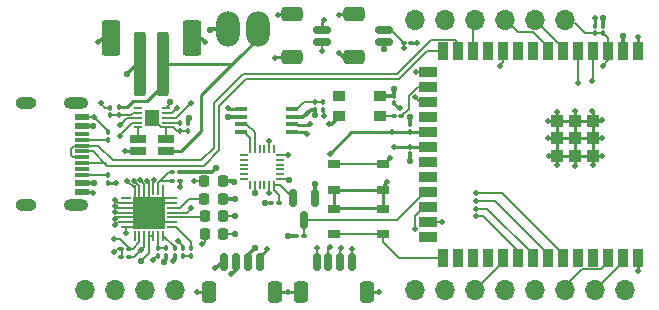
<source format=gbr>
%TF.GenerationSoftware,KiCad,Pcbnew,7.0.6*%
%TF.CreationDate,2023-10-17T01:06:07-04:00*%
%TF.ProjectId,tstick-5gw-pro-USB-V2-pcb,74737469-636b-42d3-9567-772d70726f2d,v0.0.2*%
%TF.SameCoordinates,Original*%
%TF.FileFunction,Copper,L1,Top*%
%TF.FilePolarity,Positive*%
%FSLAX46Y46*%
G04 Gerber Fmt 4.6, Leading zero omitted, Abs format (unit mm)*
G04 Created by KiCad (PCBNEW 7.0.6) date 2023-10-17 01:06:07*
%MOMM*%
%LPD*%
G01*
G04 APERTURE LIST*
G04 Aperture macros list*
%AMRoundRect*
0 Rectangle with rounded corners*
0 $1 Rounding radius*
0 $2 $3 $4 $5 $6 $7 $8 $9 X,Y pos of 4 corners*
0 Add a 4 corners polygon primitive as box body*
4,1,4,$2,$3,$4,$5,$6,$7,$8,$9,$2,$3,0*
0 Add four circle primitives for the rounded corners*
1,1,$1+$1,$2,$3*
1,1,$1+$1,$4,$5*
1,1,$1+$1,$6,$7*
1,1,$1+$1,$8,$9*
0 Add four rect primitives between the rounded corners*
20,1,$1+$1,$2,$3,$4,$5,0*
20,1,$1+$1,$4,$5,$6,$7,0*
20,1,$1+$1,$6,$7,$8,$9,0*
20,1,$1+$1,$8,$9,$2,$3,0*%
G04 Aperture macros list end*
%TA.AperFunction,SMDPad,CuDef*%
%ADD10RoundRect,0.250000X-0.250000X-2.500000X0.250000X-2.500000X0.250000X2.500000X-0.250000X2.500000X0*%
%TD*%
%TA.AperFunction,SMDPad,CuDef*%
%ADD11RoundRect,0.250000X-0.550000X-1.250000X0.550000X-1.250000X0.550000X1.250000X-0.550000X1.250000X0*%
%TD*%
%TA.AperFunction,SMDPad,CuDef*%
%ADD12RoundRect,0.100000X0.130000X0.100000X-0.130000X0.100000X-0.130000X-0.100000X0.130000X-0.100000X0*%
%TD*%
%TA.AperFunction,SMDPad,CuDef*%
%ADD13RoundRect,0.100000X-0.130000X-0.100000X0.130000X-0.100000X0.130000X0.100000X-0.130000X0.100000X0*%
%TD*%
%TA.AperFunction,SMDPad,CuDef*%
%ADD14RoundRect,0.100000X-0.100000X0.130000X-0.100000X-0.130000X0.100000X-0.130000X0.100000X0.130000X0*%
%TD*%
%TA.AperFunction,SMDPad,CuDef*%
%ADD15RoundRect,0.100000X0.100000X-0.130000X0.100000X0.130000X-0.100000X0.130000X-0.100000X-0.130000X0*%
%TD*%
%TA.AperFunction,SMDPad,CuDef*%
%ADD16O,2.000000X3.000000*%
%TD*%
%TA.AperFunction,SMDPad,CuDef*%
%ADD17R,1.050000X0.650000*%
%TD*%
%TA.AperFunction,SMDPad,CuDef*%
%ADD18R,0.706399X0.204000*%
%TD*%
%TA.AperFunction,SMDPad,CuDef*%
%ADD19R,1.295400X1.397000*%
%TD*%
%TA.AperFunction,SMDPad,CuDef*%
%ADD20R,0.655599X0.204000*%
%TD*%
%TA.AperFunction,SMDPad,CuDef*%
%ADD21R,0.204000X0.655599*%
%TD*%
%TA.AperFunction,SMDPad,CuDef*%
%ADD22R,0.900000X1.500000*%
%TD*%
%TA.AperFunction,SMDPad,CuDef*%
%ADD23R,1.500000X0.900000*%
%TD*%
%TA.AperFunction,SMDPad,CuDef*%
%ADD24R,1.000000X1.000000*%
%TD*%
%TA.AperFunction,SMDPad,CuDef*%
%ADD25RoundRect,0.150000X0.150000X0.625000X-0.150000X0.625000X-0.150000X-0.625000X0.150000X-0.625000X0*%
%TD*%
%TA.AperFunction,SMDPad,CuDef*%
%ADD26RoundRect,0.250000X0.350000X0.650000X-0.350000X0.650000X-0.350000X-0.650000X0.350000X-0.650000X0*%
%TD*%
%TA.AperFunction,SMDPad,CuDef*%
%ADD27RoundRect,0.218750X-0.218750X-0.256250X0.218750X-0.256250X0.218750X0.256250X-0.218750X0.256250X0*%
%TD*%
%TA.AperFunction,SMDPad,CuDef*%
%ADD28RoundRect,0.225000X0.225000X0.250000X-0.225000X0.250000X-0.225000X-0.250000X0.225000X-0.250000X0*%
%TD*%
%TA.AperFunction,SMDPad,CuDef*%
%ADD29RoundRect,0.150000X0.625000X-0.150000X0.625000X0.150000X-0.625000X0.150000X-0.625000X-0.150000X0*%
%TD*%
%TA.AperFunction,SMDPad,CuDef*%
%ADD30RoundRect,0.250000X0.650000X-0.350000X0.650000X0.350000X-0.650000X0.350000X-0.650000X-0.350000X0*%
%TD*%
%TA.AperFunction,SMDPad,CuDef*%
%ADD31R,1.000000X0.850000*%
%TD*%
%TA.AperFunction,SMDPad,CuDef*%
%ADD32R,0.807999X0.204000*%
%TD*%
%TA.AperFunction,SMDPad,CuDef*%
%ADD33R,0.204000X0.807999*%
%TD*%
%TA.AperFunction,SMDPad,CuDef*%
%ADD34R,2.692400X2.692400*%
%TD*%
%TA.AperFunction,SMDPad,CuDef*%
%ADD35R,1.100000X0.400000*%
%TD*%
%TA.AperFunction,SMDPad,CuDef*%
%ADD36R,1.343800X0.712000*%
%TD*%
%TA.AperFunction,SMDPad,CuDef*%
%ADD37R,1.150000X0.600000*%
%TD*%
%TA.AperFunction,SMDPad,CuDef*%
%ADD38R,1.150000X0.300000*%
%TD*%
%TA.AperFunction,ComponentPad*%
%ADD39O,2.100000X1.000000*%
%TD*%
%TA.AperFunction,ComponentPad*%
%ADD40O,1.800000X1.000000*%
%TD*%
%TA.AperFunction,SMDPad,CuDef*%
%ADD41RoundRect,0.150000X-0.150000X0.587500X-0.150000X-0.587500X0.150000X-0.587500X0.150000X0.587500X0*%
%TD*%
%TA.AperFunction,ComponentPad*%
%ADD42O,1.700000X1.700000*%
%TD*%
%TA.AperFunction,ViaPad*%
%ADD43C,0.558800*%
%TD*%
%TA.AperFunction,ViaPad*%
%ADD44C,0.508000*%
%TD*%
%TA.AperFunction,Conductor*%
%ADD45C,0.152400*%
%TD*%
%TA.AperFunction,Conductor*%
%ADD46C,0.304800*%
%TD*%
%TA.AperFunction,Conductor*%
%ADD47C,0.254000*%
%TD*%
%TA.AperFunction,Conductor*%
%ADD48C,0.508000*%
%TD*%
%TA.AperFunction,Conductor*%
%ADD49C,0.200000*%
%TD*%
G04 APERTURE END LIST*
D10*
%TO.P,BT1,1,Pin_1*%
%TO.N,+BATT*%
X111220000Y-52830000D03*
%TO.P,BT1,2,Pin_2*%
%TO.N,-BATT*%
X113220000Y-52830000D03*
D11*
%TO.P,BT1,MP,MountPin*%
%TO.N,GND*%
X108820000Y-50580000D03*
X115620000Y-50580000D03*
%TD*%
D12*
%TO.P,R23,1*%
%TO.N,/IO21*%
X125125000Y-67350000D03*
%TO.P,R23,2*%
%TO.N,+3V3*%
X124485000Y-67350000D03*
%TD*%
D13*
%TO.P,R11,1*%
%TO.N,/FB3*%
X113975000Y-61975000D03*
%TO.P,R11,2*%
%TO.N,+1V8*%
X114615000Y-61975000D03*
%TD*%
D14*
%TO.P,R18,1*%
%TO.N,/LS_EN*%
X126050000Y-56008750D03*
%TO.P,R18,2*%
%TO.N,+3V3*%
X126050000Y-56648750D03*
%TD*%
D15*
%TO.P,R3,1*%
%TO.N,Net-(CHARGLED1-K)*%
X115609300Y-69045000D03*
%TO.P,R3,2*%
%TO.N,/STAT*%
X115609300Y-68405000D03*
%TD*%
D16*
%TO.P,BT2,1,+*%
%TO.N,+BATT*%
X118710000Y-49800000D03*
%TO.P,BT2,2,-*%
%TO.N,-BATT*%
X121250000Y-49800000D03*
%TD*%
D15*
%TO.P,R19,1*%
%TO.N,/SCL*%
X134160000Y-58540000D03*
%TO.P,R19,2*%
%TO.N,+3V3*%
X134160000Y-57900000D03*
%TD*%
%TO.P,CHARGLED1,1,K*%
%TO.N,Net-(CHARGLED1-K)*%
X114899999Y-69030699D03*
%TO.P,CHARGLED1,2,A*%
%TO.N,SYS*%
X114899999Y-68390699D03*
%TD*%
D17*
%TO.P,SW2,1,1*%
%TO.N,/IO0*%
X131800000Y-67200000D03*
X127650000Y-67200000D03*
%TO.P,SW2,2,2*%
%TO.N,GND*%
X131800000Y-65050000D03*
X127650000Y-65050000D03*
%TD*%
D18*
%TO.P,FG1,1,N.C.*%
%TO.N,unconnected-(FG1-N.C.-Pad1)*%
X111077200Y-56550000D03*
%TO.P,FG1,2,AIN*%
%TO.N,/AIN*%
X111077200Y-56950002D03*
%TO.P,FG1,3,SCL*%
%TO.N,/SCL*%
X111077200Y-57350001D03*
%TO.P,FG1,4,SDA*%
%TO.N,/SDA*%
X111077200Y-57750000D03*
%TO.P,FG1,5,CSN*%
%TO.N,/FG_CSN*%
X111077200Y-58150002D03*
%TO.P,FG1,6,CSP*%
%TO.N,CSP*%
X113460000Y-58150002D03*
%TO.P,FG1,7,REG*%
%TO.N,/REG*%
X113460000Y-57750000D03*
%TO.P,FG1,8,ALRT*%
%TO.N,/IO17*%
X113460000Y-57350001D03*
%TO.P,FG1,9,THRM*%
%TO.N,/THRM*%
X113460000Y-56950002D03*
%TO.P,FG1,10,BATT*%
%TO.N,+BATT*%
X113460000Y-56550000D03*
D19*
%TO.P,FG1,11,EPAD*%
%TO.N,CSP*%
X112268600Y-57350001D03*
%TD*%
D20*
%TO.P,IMU1,1,NC*%
%TO.N,unconnected-(IMU1-NC-Pad1)*%
X120056800Y-60524999D03*
%TO.P,IMU1,2,NC*%
%TO.N,unconnected-(IMU1-NC-Pad2)*%
X120056800Y-60925001D03*
%TO.P,IMU1,3,NC*%
%TO.N,unconnected-(IMU1-NC-Pad3)*%
X120056800Y-61325000D03*
%TO.P,IMU1,4,NC*%
%TO.N,unconnected-(IMU1-NC-Pad4)*%
X120056800Y-61725000D03*
%TO.P,IMU1,5,NC*%
%TO.N,unconnected-(IMU1-NC-Pad5)*%
X120056800Y-62124999D03*
%TO.P,IMU1,6,NC*%
%TO.N,unconnected-(IMU1-NC-Pad6)*%
X120056800Y-62525001D03*
D21*
%TO.P,IMU1,7,AUX_CL*%
%TO.N,unconnected-(IMU1-AUX_CL-Pad7)*%
X120578399Y-63046600D03*
%TO.P,IMU1,8,VDDIO*%
%TO.N,+1V8*%
X120978401Y-63046600D03*
%TO.P,IMU1,9,SDO/AD0*%
%TO.N,unconnected-(IMU1-SDO{slash}AD0-Pad9)*%
X121378400Y-63046600D03*
%TO.P,IMU1,10,REGOUT*%
%TO.N,unconnected-(IMU1-REGOUT-Pad10)*%
X121778400Y-63046600D03*
%TO.P,IMU1,11,FSYNC*%
%TO.N,GND*%
X122178399Y-63046600D03*
%TO.P,IMU1,12,INT1*%
%TO.N,/IMU_INT*%
X122578401Y-63046600D03*
D20*
%TO.P,IMU1,13,VDD*%
%TO.N,+1V8*%
X123100000Y-62525001D03*
%TO.P,IMU1,14,NC*%
%TO.N,unconnected-(IMU1-NC-Pad14)*%
X123100000Y-62124999D03*
%TO.P,IMU1,15,NC*%
%TO.N,unconnected-(IMU1-NC-Pad15)*%
X123100000Y-61725000D03*
%TO.P,IMU1,16,NC*%
%TO.N,unconnected-(IMU1-NC-Pad16)*%
X123100000Y-61325000D03*
%TO.P,IMU1,17,NC*%
%TO.N,unconnected-(IMU1-NC-Pad17)*%
X123100000Y-60925001D03*
%TO.P,IMU1,18,GND*%
%TO.N,GND*%
X123100000Y-60524999D03*
D21*
%TO.P,IMU1,19,RESV*%
%TO.N,unconnected-(IMU1-RESV-Pad19)*%
X122578401Y-60003400D03*
%TO.P,IMU1,20,GND*%
%TO.N,GND*%
X122178399Y-60003400D03*
%TO.P,IMU1,21,AUX_DA*%
%TO.N,unconnected-(IMU1-AUX_DA-Pad21)*%
X121778400Y-60003400D03*
%TO.P,IMU1,22,~{CS}*%
%TO.N,unconnected-(IMU1-~{CS}-Pad22)*%
X121378400Y-60003400D03*
%TO.P,IMU1,23,SCL/SCLK*%
%TO.N,/LV_SCL*%
X120978401Y-60003400D03*
%TO.P,IMU1,24,SDA/SDI*%
%TO.N,/LV_SDA*%
X120578399Y-60003400D03*
%TD*%
D22*
%TO.P,MCU1,1,GND*%
%TO.N,GND*%
X153430000Y-51700000D03*
%TO.P,MCU1,2,3V3*%
%TO.N,+3V3*%
X152160000Y-51700000D03*
%TO.P,MCU1,3,EN*%
%TO.N,/EN*%
X150890000Y-51700000D03*
%TO.P,MCU1,4,GPIO4/TOUCH4/ADC1_CH3*%
%TO.N,/IO4*%
X149620000Y-51700000D03*
%TO.P,MCU1,5,GPIO5/TOUCH5/ADC1_CH4*%
%TO.N,/IO5*%
X148350000Y-51700000D03*
%TO.P,MCU1,6,GPIO6/TOUCH6/ADC1_CH5*%
%TO.N,/IO6*%
X147080000Y-51700000D03*
%TO.P,MCU1,7,GPIO7/TOUCH7/ADC1_CH6*%
%TO.N,/IO7*%
X145810000Y-51700000D03*
%TO.P,MCU1,8,GPIO15/U0RTS/ADC2_CH4/XTAL_32K_P*%
%TO.N,/IO15*%
X144540000Y-51700000D03*
%TO.P,MCU1,9,GPIO16/U0CTS/ADC2_CH5/XTAL_32K_N*%
%TO.N,/IO16*%
X143270000Y-51700000D03*
%TO.P,MCU1,10,GPIO17/U1TXD/ADC2_CH6*%
%TO.N,/IO17*%
X142000000Y-51700000D03*
%TO.P,MCU1,11,GPIO18/U1RXD/ADC2_CH7/CLK_OUT3*%
%TO.N,/IO18*%
X140730000Y-51700000D03*
%TO.P,MCU1,12,GPIO8/TOUCH8/ADC1_CH7/SUBSPICS1*%
%TO.N,/IO8*%
X139460000Y-51700000D03*
%TO.P,MCU1,13,GPIO19/U1RTS/ADC2_CH8/CLK_OUT2/USB_D-*%
%TO.N,/USBD-*%
X138190000Y-51700000D03*
%TO.P,MCU1,14,GPIO20/U1CTS/ADC2_CH9/CLK_OUT1/USB_D+*%
%TO.N,/USBD+*%
X136920000Y-51700000D03*
D23*
%TO.P,MCU1,15,GPIO3/TOUCH3/ADC1_CH2*%
%TO.N,/IO3*%
X135670000Y-53465000D03*
%TO.P,MCU1,16,GPIO46*%
%TO.N,/IO46*%
X135670000Y-54735000D03*
%TO.P,MCU1,17,GPIO9/TOUCH9/ADC1_CH8/FSPIHD/SUBSPIHD*%
%TO.N,/IO9*%
X135670000Y-56005000D03*
%TO.P,MCU1,18,GPIO10/TOUCH10/ADC1_CH9/FSPICS0/FSPIIO4/SUBSPICS0*%
%TO.N,/IO10*%
X135670000Y-57275000D03*
%TO.P,MCU1,19,GPIO11/TOUCH11/ADC2_CH0/FSPID/FSPIIO5/SUBSPID*%
%TO.N,/SCL*%
X135670000Y-58545000D03*
%TO.P,MCU1,20,GPIO12/TOUCH12/ADC2_CH1/FSPICLK/FSPIIO6/SUBSPICLK*%
%TO.N,/SDA*%
X135670000Y-59815000D03*
%TO.P,MCU1,21,GPIO13/TOUCH13/ADC2_CH2/FSPIQ/FSPIIO7/SUBSPIQ*%
%TO.N,/IO13*%
X135670000Y-61085000D03*
%TO.P,MCU1,22,GPIO14/TOUCH14/ADC2_CH3/FSPIWP/FSPIDQS/SUBSPIWP*%
%TO.N,/IO14*%
X135670000Y-62355000D03*
%TO.P,MCU1,23,GPIO21*%
%TO.N,/IO21*%
X135670000Y-63625000D03*
%TO.P,MCU1,24,GPIO47/SPICLK_P/SUBSPICLK_P_DIFF*%
%TO.N,/CIPO*%
X135670000Y-64895000D03*
%TO.P,MCU1,25,GPIO48/SPICLK_N/SUBSPICLK_N_DIFF*%
%TO.N,/SCK*%
X135670000Y-66165000D03*
%TO.P,MCU1,26,GPIO45*%
%TO.N,/IO45*%
X135670000Y-67435000D03*
D22*
%TO.P,MCU1,27,GPIO0/BOOT*%
%TO.N,/IO0*%
X136920000Y-69200000D03*
%TO.P,MCU1,28,NC*%
%TO.N,unconnected-(MCU1-NC-Pad28)*%
X138190000Y-69200000D03*
%TO.P,MCU1,29,NC*%
%TO.N,unconnected-(MCU1-NC-Pad29)*%
X139460000Y-69200000D03*
%TO.P,MCU1,30,NC*%
%TO.N,unconnected-(MCU1-NC-Pad30)*%
X140730000Y-69200000D03*
%TO.P,MCU1,31,GPIO38/FSPIWP/SUBSPIWP*%
%TO.N,/COPI*%
X142000000Y-69200000D03*
%TO.P,MCU1,32,MTCK/GPIO39/CLK_OUT3/SUBSPICS1*%
%TO.N,/IO39*%
X143270000Y-69200000D03*
%TO.P,MCU1,33,MTDO/GPIO40/CLK_OUT2*%
%TO.N,/IO40*%
X144540000Y-69200000D03*
%TO.P,MCU1,34,MTDI/GPIO41/CLK_OUT1*%
%TO.N,/IO41*%
X145810000Y-69200000D03*
%TO.P,MCU1,35,MTMS/GPIO42*%
%TO.N,/IO42*%
X147080000Y-69200000D03*
%TO.P,MCU1,36,U0RXD/GPIO44/CLK_OUT2*%
%TO.N,/RXD*%
X148350000Y-69200000D03*
%TO.P,MCU1,37,U0TXD/GPIO43/CLK_OUT1*%
%TO.N,/TXD*%
X149620000Y-69200000D03*
%TO.P,MCU1,38,GPIO2/TOUCH2/ADC1_CH1*%
%TO.N,/IO2*%
X150890000Y-69200000D03*
%TO.P,MCU1,39,GPIO1/TOUCH1/ADC1_CH0*%
%TO.N,/IO1*%
X152160000Y-69200000D03*
%TO.P,MCU1,40,GND*%
%TO.N,GND*%
X153430000Y-69200000D03*
D24*
%TO.P,MCU1,41,GND*%
X149580000Y-57590000D03*
X148080000Y-57590000D03*
X148080000Y-57590000D03*
X146580000Y-57590000D03*
X149580000Y-59090000D03*
X149580000Y-59090000D03*
X148080000Y-59090000D03*
X146580000Y-59090000D03*
X149580000Y-60590000D03*
X148080000Y-60590000D03*
X146580000Y-60590000D03*
%TD*%
D12*
%TO.P,R21,1*%
%TO.N,/IMU_INT*%
X123020000Y-64525000D03*
%TO.P,R21,2*%
%TO.N,+1V8*%
X122380000Y-64525000D03*
%TD*%
D15*
%TO.P,R6,1*%
%TO.N,GND*%
X108590000Y-62840000D03*
%TO.P,R6,2*%
%TO.N,Net-(J1-CC2)*%
X108590000Y-62200000D03*
%TD*%
%TO.P,R8,1*%
%TO.N,GND*%
X112799999Y-69035699D03*
%TO.P,R8,2*%
%TO.N,/FB1*%
X112799999Y-68395699D03*
%TD*%
D25*
%TO.P,QWIIC1,1,Pin_1*%
%TO.N,GND*%
X121390000Y-69570000D03*
%TO.P,QWIIC1,2,Pin_2*%
%TO.N,+3V3*%
X120390000Y-69570000D03*
%TO.P,QWIIC1,3,Pin_3*%
%TO.N,/SDA*%
X119390000Y-69570000D03*
%TO.P,QWIIC1,4,Pin_4*%
%TO.N,/SCL*%
X118390000Y-69570000D03*
D26*
%TO.P,QWIIC1,MP,MountPin*%
%TO.N,GND*%
X122690000Y-72095000D03*
X117090000Y-72095000D03*
%TD*%
D27*
%TO.P,L2,1,1*%
%TO.N,/LX3*%
X116709300Y-64190700D03*
%TO.P,L2,2,2*%
%TO.N,+1V8*%
X118284300Y-64190700D03*
%TD*%
D25*
%TO.P,TrillExtensionInput1,1,Pin_1*%
%TO.N,/IO39*%
X129210000Y-69570000D03*
%TO.P,TrillExtensionInput1,2,Pin_2*%
%TO.N,/IO40*%
X128210000Y-69570000D03*
%TO.P,TrillExtensionInput1,3,Pin_3*%
%TO.N,/IO41*%
X127210000Y-69570000D03*
%TO.P,TrillExtensionInput1,4,Pin_4*%
%TO.N,/IO42*%
X126210000Y-69570000D03*
D26*
%TO.P,TrillExtensionInput1,MP,MountPin*%
%TO.N,GND*%
X130510000Y-72095000D03*
X124910000Y-72095000D03*
%TD*%
D28*
%TO.P,C4,1*%
%TO.N,+3V3*%
X118284300Y-67150700D03*
%TO.P,C4,2*%
%TO.N,GND*%
X116734300Y-67150700D03*
%TD*%
D15*
%TO.P,R4,1*%
%TO.N,GND*%
X114199999Y-69035699D03*
%TO.P,R4,2*%
%TO.N,/ISET*%
X114199999Y-68395699D03*
%TD*%
D14*
%TO.P,C1,1*%
%TO.N,+BATT*%
X115360000Y-57800000D03*
%TO.P,C1,2*%
%TO.N,CSP*%
X115360000Y-58440000D03*
%TD*%
D29*
%TO.P,FSR1,1,Pin_1*%
%TO.N,+3V3*%
X131885000Y-50890000D03*
%TO.P,FSR1,2,Pin_2*%
%TO.N,/IO3*%
X131885000Y-49890000D03*
D30*
%TO.P,FSR1,MP,MountPin*%
%TO.N,GND*%
X129360000Y-52190000D03*
X129360000Y-48590000D03*
%TD*%
D31*
%TO.P,PWLED1,1,DOUT*%
%TO.N,unconnected-(PWLED1-DOUT-Pad1)*%
X128100000Y-55475000D03*
%TO.P,PWLED1,2,VSS*%
%TO.N,GND*%
X128100000Y-57225000D03*
%TO.P,PWLED1,3,DIN*%
%TO.N,Net-(PWLED1-DIN)*%
X131600000Y-57225000D03*
%TO.P,PWLED1,4,VDD*%
%TO.N,+3V3*%
X131600000Y-55475000D03*
%TD*%
D15*
%TO.P,C9,1*%
%TO.N,/EN*%
X149750000Y-50200000D03*
%TO.P,C9,2*%
%TO.N,GND*%
X149750000Y-49560000D03*
%TD*%
D29*
%TO.P,SW1,1,Pin_1*%
%TO.N,/IO9*%
X126650000Y-50900000D03*
%TO.P,SW1,2,Pin_2*%
%TO.N,GND*%
X126650000Y-49900000D03*
D30*
%TO.P,SW1,MP,MountPin*%
X124125000Y-52200000D03*
X124125000Y-48600000D03*
%TD*%
D14*
%TO.P,C13,1*%
%TO.N,+3V3*%
X132725000Y-55480000D03*
%TO.P,C13,2*%
%TO.N,GND*%
X132725000Y-56120000D03*
%TD*%
%TO.P,R9,1*%
%TO.N,/FB1*%
X113499999Y-68395699D03*
%TO.P,R9,2*%
%TO.N,+3V3*%
X113499999Y-69035699D03*
%TD*%
D15*
%TO.P,R5,1*%
%TO.N,/EN*%
X150480000Y-50210000D03*
%TO.P,R5,2*%
%TO.N,+3V3*%
X150480000Y-49570000D03*
%TD*%
D12*
%TO.P,C3,1*%
%TO.N,SYS*%
X110324999Y-69145699D03*
%TO.P,C3,2*%
%TO.N,GND*%
X109684999Y-69145699D03*
%TD*%
D15*
%TO.P,TH1,1*%
%TO.N,/AIN*%
X109460000Y-57100000D03*
%TO.P,TH1,2*%
%TO.N,-BATT*%
X109460000Y-56460000D03*
%TD*%
D14*
%TO.P,C14,1*%
%TO.N,/LS_EN*%
X126770000Y-56008750D03*
%TO.P,C14,2*%
%TO.N,GND*%
X126770000Y-56648750D03*
%TD*%
D32*
%TO.P,U1,1,COMP4*%
%TO.N,unconnected-(U1-COMP4-Pad1)*%
X110059299Y-64174999D03*
%TO.P,U1,2,FB4*%
%TO.N,GND*%
X110059299Y-64574998D03*
%TO.P,U1,3,OVP4*%
X110059299Y-64975000D03*
%TO.P,U1,4,PG4*%
X110059299Y-65374999D03*
%TO.P,U1,5,LX4*%
X110059299Y-65774998D03*
%TO.P,U1,6,GND*%
X110059299Y-66175000D03*
%TO.P,U1,7,EN4*%
X110059299Y-66574999D03*
D33*
%TO.P,U1,8,\u002ARST1*%
%TO.N,unconnected-(U1-\u002ARST1-Pad8)*%
X110799999Y-67315699D03*
%TO.P,U1,9,BAT*%
%TO.N,+BATT*%
X111199998Y-67315699D03*
%TO.P,U1,10,SYS*%
%TO.N,SYS*%
X111600000Y-67315699D03*
%TO.P,U1,11,DC*%
%TO.N,VUSB*%
X111999999Y-67315699D03*
%TO.P,U1,12,CEN*%
X112399998Y-67315699D03*
%TO.P,U1,13,FB1*%
%TO.N,/FB1*%
X112800000Y-67315699D03*
%TO.P,U1,14,CISET*%
%TO.N,/ISET*%
X113199999Y-67315699D03*
D32*
%TO.P,U1,15,\u002ACHG*%
%TO.N,/STAT*%
X113940699Y-66574999D03*
%TO.P,U1,16,PG1*%
%TO.N,GND*%
X113940699Y-66175000D03*
%TO.P,U1,17,LX1*%
%TO.N,/LX1*%
X113940699Y-65774998D03*
%TO.P,U1,18,PV13*%
%TO.N,SYS*%
X113940699Y-65374999D03*
%TO.P,U1,19,LX3*%
%TO.N,/LX3*%
X113940699Y-64975000D03*
%TO.P,U1,20,PG3*%
%TO.N,GND*%
X113940699Y-64574998D03*
%TO.P,U1,21,DLIM1*%
X113940699Y-64174999D03*
D33*
%TO.P,U1,22,FB2*%
X113199999Y-63434299D03*
%TO.P,U1,23,FB3*%
%TO.N,/FB3*%
X112800000Y-63434299D03*
%TO.P,U1,24,EN123*%
%TO.N,SYS*%
X112399998Y-63434299D03*
%TO.P,U1,25,PV2*%
%TO.N,GND*%
X111999999Y-63434299D03*
%TO.P,U1,26,LX2*%
X111600000Y-63434299D03*
%TO.P,U1,27,PG2*%
X111199998Y-63434299D03*
%TO.P,U1,28,DLIM2*%
X110799999Y-63434299D03*
D34*
%TO.P,U1,29,EP*%
X111999999Y-65374999D03*
%TD*%
D14*
%TO.P,C2,1*%
%TO.N,/REG*%
X114640000Y-57815000D03*
%TO.P,C2,2*%
%TO.N,CSP*%
X114640000Y-58455000D03*
%TD*%
D35*
%TO.P,U4,1,GND*%
%TO.N,GND*%
X119825000Y-56600000D03*
%TO.P,U4,2,VREF1*%
%TO.N,+1V8*%
X119825000Y-57250000D03*
%TO.P,U4,3,SCL1*%
%TO.N,/LV_SCL*%
X119825000Y-57900000D03*
%TO.P,U4,4,SDA1*%
%TO.N,/LV_SDA*%
X119825000Y-58550000D03*
%TO.P,U4,5,SDA2*%
%TO.N,/SDA*%
X124125000Y-58550000D03*
%TO.P,U4,6,SCL2*%
%TO.N,/SCL*%
X124125000Y-57900000D03*
%TO.P,U4,7,VREF2*%
%TO.N,+3V3*%
X124125000Y-57250000D03*
%TO.P,U4,8,EN*%
%TO.N,/LS_EN*%
X124125000Y-56600000D03*
%TD*%
D17*
%TO.P,SW3,1,1*%
%TO.N,/EN*%
X127650000Y-61300000D03*
X131800000Y-61300000D03*
%TO.P,SW3,2,2*%
%TO.N,GND*%
X127650000Y-63450000D03*
X131800000Y-63450000D03*
%TD*%
D28*
%TO.P,C5,1*%
%TO.N,+1V8*%
X118259300Y-62730700D03*
%TO.P,C5,2*%
%TO.N,GND*%
X116709300Y-62730700D03*
%TD*%
D36*
%TO.P,R2,1,1*%
%TO.N,-BATT*%
X113419900Y-60195000D03*
%TO.P,R2,2,2*%
%TO.N,CSP*%
X113419900Y-59145000D03*
%TO.P,R2,3,3*%
%TO.N,/FG_CSN*%
X111060100Y-59145000D03*
%TO.P,R2,4,4*%
%TO.N,GND*%
X111060100Y-60195000D03*
%TD*%
D15*
%TO.P,R12,1*%
%TO.N,/AIN*%
X108750000Y-57120000D03*
%TO.P,R12,2*%
%TO.N,/THRM*%
X108750000Y-56480000D03*
%TD*%
D37*
%TO.P,J1,A1,GND*%
%TO.N,GND*%
X106390000Y-57250000D03*
%TO.P,J1,A4,VBUS*%
%TO.N,VUSB*%
X106390000Y-58050000D03*
D38*
%TO.P,J1,A5,CC1*%
%TO.N,Net-(J1-CC1)*%
X106390000Y-59200000D03*
%TO.P,J1,A6,D+*%
%TO.N,/USBD+*%
X106390000Y-60200000D03*
%TO.P,J1,A7,D-*%
%TO.N,/USBD-*%
X106390000Y-60700000D03*
%TO.P,J1,A8,SBU1*%
%TO.N,unconnected-(J1-SBU1-PadA8)*%
X106390000Y-61700000D03*
D37*
%TO.P,J1,A9,VBUS*%
%TO.N,VUSB*%
X106390000Y-62850000D03*
%TO.P,J1,A12,GND*%
%TO.N,GND*%
X106390000Y-63650000D03*
%TO.P,J1,B1,GND*%
X106390000Y-63650000D03*
%TO.P,J1,B4,VBUS*%
%TO.N,VUSB*%
X106390000Y-62850000D03*
D38*
%TO.P,J1,B5,CC2*%
%TO.N,Net-(J1-CC2)*%
X106390000Y-62200000D03*
%TO.P,J1,B6,D+*%
%TO.N,/USBD+*%
X106390000Y-61200000D03*
%TO.P,J1,B7,D-*%
%TO.N,/USBD-*%
X106390000Y-59700000D03*
%TO.P,J1,B8,SBU2*%
%TO.N,unconnected-(J1-SBU2-PadB8)*%
X106390000Y-58700000D03*
D37*
%TO.P,J1,B9,VBUS*%
%TO.N,VUSB*%
X106390000Y-58050000D03*
%TO.P,J1,B12,GND*%
%TO.N,GND*%
X106390000Y-57250000D03*
D39*
%TO.P,J1,S1,SHIELD*%
X105815000Y-56130000D03*
D40*
X101635000Y-56130000D03*
D39*
X105815000Y-64770000D03*
D40*
X101635000Y-64770000D03*
%TD*%
D41*
%TO.P,Q3,1,G*%
%TO.N,+1V8*%
X126075000Y-64112500D03*
%TO.P,Q3,2,S*%
%TO.N,/IMU_INT*%
X124175000Y-64112500D03*
%TO.P,Q3,3,D*%
%TO.N,/IO21*%
X125125000Y-65987500D03*
%TD*%
D42*
%TO.P,BOARDLAYOUT1,1,3v3*%
%TO.N,+3V3*%
X134580000Y-49060000D03*
%TO.P,BOARDLAYOUT1,2,GND*%
%TO.N,GND*%
X137120000Y-49060000D03*
%TO.P,BOARDLAYOUT1,3,IO08*%
%TO.N,/IO8*%
X139660000Y-49060000D03*
%TO.P,BOARDLAYOUT1,4,IO07*%
%TO.N,/IO7*%
X142200000Y-49060000D03*
%TO.P,BOARDLAYOUT1,5,IO06*%
%TO.N,/IO6*%
X144740000Y-49060000D03*
%TO.P,BOARDLAYOUT1,6,EN*%
%TO.N,/EN*%
X147280000Y-49060000D03*
%TO.P,BOARDLAYOUT1,7,GND*%
%TO.N,GND*%
X152360000Y-71920000D03*
%TO.P,BOARDLAYOUT1,8,IO01*%
%TO.N,/IO1*%
X149820000Y-71920000D03*
%TO.P,BOARDLAYOUT1,9,IO02*%
%TO.N,/IO2*%
X147280000Y-71920000D03*
%TO.P,BOARDLAYOUT1,10,IO04*%
%TO.N,/IO4*%
X144740000Y-71920000D03*
%TO.P,BOARDLAYOUT1,11,IO05*%
%TO.N,/IO5*%
X142200000Y-71920000D03*
%TO.P,BOARDLAYOUT1,12,COPI*%
%TO.N,/COPI*%
X139660000Y-71920000D03*
%TO.P,BOARDLAYOUT1,13,SCK*%
%TO.N,/SCK*%
X137120000Y-71920000D03*
%TO.P,BOARDLAYOUT1,14,CIPO*%
%TO.N,/CIPO*%
X134580000Y-71920000D03*
%TO.P,BOARDLAYOUT1,15,GND*%
%TO.N,GND*%
X114260000Y-71920000D03*
%TO.P,BOARDLAYOUT1,16,3v3*%
%TO.N,+3V3*%
X111720000Y-71920000D03*
%TO.P,BOARDLAYOUT1,17,SDA*%
%TO.N,/SDA*%
X109180000Y-71920000D03*
%TO.P,BOARDLAYOUT1,18,SCL*%
%TO.N,/SCL*%
X106640000Y-71920000D03*
%TD*%
D14*
%TO.P,R20,1*%
%TO.N,/SDA*%
X134160000Y-59810000D03*
%TO.P,R20,2*%
%TO.N,+3V3*%
X134160000Y-60450000D03*
%TD*%
D12*
%TO.P,R10,1*%
%TO.N,GND*%
X114615000Y-62675000D03*
%TO.P,R10,2*%
%TO.N,/FB3*%
X113975000Y-62675000D03*
%TD*%
D14*
%TO.P,R7,1*%
%TO.N,GND*%
X108590000Y-58570000D03*
%TO.P,R7,2*%
%TO.N,Net-(J1-CC1)*%
X108590000Y-59210000D03*
%TD*%
D12*
%TO.P,C8,1*%
%TO.N,+BATT*%
X110329999Y-68435699D03*
%TO.P,C8,2*%
%TO.N,GND*%
X109689999Y-68435699D03*
%TD*%
D13*
%TO.P,R1,1*%
%TO.N,/IO3*%
X133590000Y-51010000D03*
%TO.P,R1,2*%
%TO.N,GND*%
X134230000Y-51010000D03*
%TD*%
D12*
%TO.P,R13,1*%
%TO.N,/IO46*%
X133395000Y-57225000D03*
%TO.P,R13,2*%
%TO.N,Net-(PWLED1-DIN)*%
X132755000Y-57225000D03*
%TD*%
D27*
%TO.P,L1,1,1*%
%TO.N,/LX1*%
X116721800Y-65680700D03*
%TO.P,L1,2,2*%
%TO.N,+3V3*%
X118296800Y-65680700D03*
%TD*%
D43*
%TO.N,+BATT*%
X117200000Y-49875000D03*
X110200000Y-53600000D03*
X113800000Y-55975000D03*
X115375000Y-57331700D03*
D44*
X109079300Y-67650700D03*
D43*
%TO.N,+1V8*%
X126075000Y-62975000D03*
X121825000Y-64525000D03*
X119225000Y-62750000D03*
X117675000Y-61625000D03*
X119329300Y-64190700D03*
X123875000Y-62575000D03*
X120978401Y-63750000D03*
X118728859Y-57250000D03*
%TO.N,+3V3*%
X134150000Y-61010000D03*
X152160000Y-50400000D03*
X119319300Y-67170700D03*
X150480000Y-48930000D03*
X119300000Y-65700000D03*
X126050000Y-57151250D03*
X120983646Y-68383646D03*
X132725000Y-54925000D03*
X123800000Y-67350000D03*
X113283630Y-69533269D03*
X134150000Y-57250000D03*
X131885000Y-51525000D03*
D44*
%TO.N,GND*%
X107310000Y-63710000D03*
X134750000Y-51000000D03*
X123749999Y-60524999D03*
X149540000Y-56790000D03*
X109133300Y-64274497D03*
X126820000Y-49050000D03*
X109133300Y-65350000D03*
X123790000Y-72095000D03*
X128140000Y-51880000D03*
X150375000Y-57575000D03*
X153450000Y-70325000D03*
X110750000Y-62675000D03*
X109100000Y-68750000D03*
X148078573Y-61430720D03*
X114615000Y-63210000D03*
X146580000Y-61375000D03*
X153430000Y-50530000D03*
X145850000Y-60590000D03*
X145800000Y-57600000D03*
X128140000Y-48610000D03*
X122670000Y-52320000D03*
X150350000Y-59075000D03*
X110199497Y-62675000D03*
X109133300Y-65900000D03*
X122050000Y-68470000D03*
X149580000Y-61375000D03*
X115805700Y-62730700D03*
X109975000Y-60150000D03*
X112369999Y-69365699D03*
X116740000Y-50930000D03*
X107670000Y-50920000D03*
X132162500Y-62762500D03*
X122175000Y-59300000D03*
X133300000Y-56528700D03*
X111819540Y-62656755D03*
X131490000Y-72060000D03*
X145800000Y-59090000D03*
X109200000Y-62850000D03*
X118750000Y-56528700D03*
X126800000Y-57198750D03*
X107362105Y-57250000D03*
X122178399Y-63746601D03*
X109133300Y-66435221D03*
X116549300Y-68020700D03*
X148080000Y-56800000D03*
X109133300Y-64825000D03*
X111269094Y-62648836D03*
X122910000Y-48650000D03*
X150375000Y-60550000D03*
X127250000Y-57875000D03*
X116125000Y-72125000D03*
X114027256Y-69500475D03*
X146575000Y-56825000D03*
X149750000Y-48925000D03*
X110050000Y-67100000D03*
%TO.N,/EN*%
X132450000Y-60750000D03*
X150450000Y-52925000D03*
D43*
%TO.N,VUSB*%
X111309999Y-69495699D03*
X107250000Y-58075000D03*
X107375000Y-62850000D03*
D44*
%TO.N,/SCL*%
X125640000Y-57890000D03*
X132625000Y-58550000D03*
X109550000Y-57975000D03*
X127325000Y-60375000D03*
X117607931Y-70065500D03*
%TO.N,/SDA*%
X118925000Y-70575000D03*
X125425000Y-58750000D03*
X109550000Y-58925000D03*
X132745650Y-59805650D03*
%TO.N,/THRM*%
X114423699Y-56498699D03*
X107950000Y-56100000D03*
%TO.N,/IO4*%
X149570000Y-54260000D03*
%TO.N,/IO5*%
X148330000Y-54370000D03*
%TO.N,/IO9*%
X126650000Y-51675000D03*
X134575000Y-55611300D03*
%TO.N,/IO17*%
X141700000Y-52950000D03*
X115570000Y-56070000D03*
%TO.N,/IO3*%
X134635000Y-53465000D03*
X133600000Y-51450000D03*
%TO.N,/SCK*%
X136790000Y-66160000D03*
%TO.N,/CIPO*%
X134568159Y-66765050D03*
%TO.N,/IO39*%
X139700000Y-65700000D03*
X129250000Y-68425000D03*
%TO.N,/IO40*%
X128275000Y-68400000D03*
X139700000Y-65036503D03*
%TO.N,/IO41*%
X127340000Y-68300000D03*
X139700000Y-64400000D03*
%TO.N,/IO42*%
X139690000Y-63725000D03*
X126270000Y-68380000D03*
%TO.N,SYS*%
X115550000Y-65025000D03*
X114500000Y-67775000D03*
X112451373Y-62579797D03*
X111349999Y-68555699D03*
%TD*%
D45*
%TO.N,+BATT*%
X110329999Y-68380988D02*
X110329999Y-68435699D01*
D46*
X115360000Y-57346700D02*
X115360000Y-57800000D01*
D45*
X113800000Y-56210000D02*
X113460000Y-56550000D01*
X111199998Y-67315699D02*
X111199998Y-67878899D01*
X113800000Y-55975000D02*
X113800000Y-56210000D01*
X109079300Y-67650700D02*
X109599711Y-67650700D01*
X110643198Y-68435699D02*
X110329999Y-68435699D01*
X109599711Y-67650700D02*
X110329999Y-68380988D01*
D46*
X111220000Y-52830000D02*
X110970000Y-52830000D01*
D45*
X111199998Y-67878899D02*
X110643198Y-68435699D01*
D46*
X117275000Y-49800000D02*
X117200000Y-49875000D01*
X115375000Y-57331700D02*
X115360000Y-57346700D01*
X110970000Y-52830000D02*
X110200000Y-53600000D01*
X118710000Y-49800000D02*
X117275000Y-49800000D01*
D47*
%TO.N,-BATT*%
X111850000Y-55950000D02*
X113220000Y-54580000D01*
X109460000Y-56460000D02*
X110193947Y-56460000D01*
X119675000Y-52225000D02*
X119070000Y-52830000D01*
X114705000Y-60195000D02*
X116450000Y-58450000D01*
X116450000Y-55450000D02*
X119675000Y-52225000D01*
X116450000Y-58450000D02*
X116450000Y-55450000D01*
X119675000Y-52225000D02*
X121250000Y-50650000D01*
X110193947Y-56460000D02*
X110703947Y-55950000D01*
D48*
X121250000Y-50650000D02*
X121250000Y-49800000D01*
D47*
X113220000Y-54580000D02*
X113220000Y-52830000D01*
X113419900Y-60195000D02*
X114705000Y-60195000D01*
X110703947Y-55950000D02*
X111850000Y-55950000D01*
X119070000Y-52830000D02*
X113220000Y-52830000D01*
D45*
%TO.N,CSP*%
X113460000Y-58150002D02*
X113460000Y-59104900D01*
X114365000Y-58455000D02*
X114640000Y-58455000D01*
X113460000Y-59104900D02*
X113419900Y-59145000D01*
X115345000Y-58455000D02*
X115360000Y-58440000D01*
X113460000Y-58150002D02*
X114060002Y-58150002D01*
X113460000Y-58150002D02*
X113068601Y-58150002D01*
X113068601Y-58150002D02*
X112268600Y-57350001D01*
X114060002Y-58150002D02*
X114365000Y-58455000D01*
X114640000Y-58455000D02*
X115345000Y-58455000D01*
D46*
%TO.N,+1V8*%
X114639100Y-61950900D02*
X117349100Y-61950900D01*
X119329300Y-64190700D02*
X118284300Y-64190700D01*
D45*
X123100000Y-62525001D02*
X123825001Y-62525001D01*
X120978401Y-63750000D02*
X120978401Y-63046600D01*
D46*
X117349100Y-61950900D02*
X117675000Y-61625000D01*
D45*
X121825000Y-64525000D02*
X122380000Y-64525000D01*
D46*
X118728859Y-57250000D02*
X119825000Y-57250000D01*
D45*
X123825001Y-62525001D02*
X123875000Y-62575000D01*
D46*
X126075000Y-62975000D02*
X126075000Y-64112500D01*
X114615000Y-61975000D02*
X114639100Y-61950900D01*
X118259300Y-62730700D02*
X119205700Y-62730700D01*
X119205700Y-62730700D02*
X119225000Y-62750000D01*
%TO.N,+3V3*%
X125100000Y-57275000D02*
X125726250Y-56648750D01*
X123800000Y-67350000D02*
X124485000Y-67350000D01*
X134150000Y-60460000D02*
X134160000Y-60450000D01*
D45*
X119319300Y-67170700D02*
X119299300Y-67150700D01*
D46*
X113499999Y-69316900D02*
X113499999Y-69035699D01*
X113283630Y-69533269D02*
X113499999Y-69316900D01*
D45*
X119300000Y-65700000D02*
X119280700Y-65680700D01*
D46*
X134150000Y-57250000D02*
X134150000Y-57890000D01*
X152160000Y-50400000D02*
X152160000Y-51700000D01*
X124525000Y-57275000D02*
X125100000Y-57275000D01*
X131605000Y-55480000D02*
X131600000Y-55475000D01*
X134150000Y-57890000D02*
X134160000Y-57900000D01*
X126050000Y-57151250D02*
X126050000Y-56648750D01*
X120390000Y-68977292D02*
X120983646Y-68383646D01*
X132725000Y-55480000D02*
X131605000Y-55480000D01*
D45*
X119299300Y-67150700D02*
X118284300Y-67150700D01*
D46*
X134150000Y-61010000D02*
X134150000Y-60460000D01*
D45*
X119280700Y-65680700D02*
X118296800Y-65680700D01*
D46*
X131885000Y-51525000D02*
X131885000Y-50890000D01*
X120390000Y-69570000D02*
X120390000Y-68977292D01*
X150480000Y-48930000D02*
X150480000Y-49570000D01*
X132725000Y-54925000D02*
X132725000Y-55480000D01*
X125726250Y-56648750D02*
X126050000Y-56648750D01*
D47*
%TO.N,GND*%
X150335000Y-60590000D02*
X150375000Y-60550000D01*
X146580000Y-57590000D02*
X145810000Y-57590000D01*
D45*
X110799999Y-63275502D02*
X110799999Y-63434299D01*
D47*
X116390000Y-50580000D02*
X116740000Y-50930000D01*
D45*
X109694999Y-68440699D02*
X109689999Y-68435699D01*
D47*
X128140000Y-48610000D02*
X128160000Y-48590000D01*
X129360000Y-52190000D02*
X128450000Y-52190000D01*
D45*
X111992173Y-62829388D02*
X111992173Y-63426473D01*
X110050000Y-66584298D02*
X110059299Y-66574999D01*
X108590000Y-58570000D02*
X108590000Y-58477895D01*
X111600000Y-63434299D02*
X111600000Y-64975000D01*
X111819540Y-62656755D02*
X111992173Y-62829388D01*
X111199998Y-66175000D02*
X110059299Y-66175000D01*
X109158299Y-65374999D02*
X110059299Y-65374999D01*
X107362105Y-57250000D02*
X106390000Y-57250000D01*
D47*
X127650000Y-65050000D02*
X127650000Y-63450000D01*
X149580000Y-61375000D02*
X149580000Y-60590000D01*
X122790000Y-52200000D02*
X122670000Y-52320000D01*
D45*
X111600000Y-64975000D02*
X111999999Y-65374999D01*
X113940699Y-66175000D02*
X112800000Y-66175000D01*
D47*
X146575000Y-56825000D02*
X146575000Y-57585000D01*
X150375000Y-57575000D02*
X150360000Y-57590000D01*
X149580000Y-57590000D02*
X149580000Y-56830000D01*
X150350000Y-59075000D02*
X150335000Y-59090000D01*
X131775000Y-65025000D02*
X131800000Y-65050000D01*
X110020000Y-60195000D02*
X111060100Y-60195000D01*
D45*
X111199998Y-63124998D02*
X111199998Y-63434299D01*
D47*
X114615000Y-63210000D02*
X114615000Y-62675000D01*
X108820000Y-50580000D02*
X108010000Y-50580000D01*
X146580000Y-57590000D02*
X146580000Y-60590000D01*
D45*
X110059299Y-65374999D02*
X111999999Y-65374999D01*
D47*
X153450000Y-70325000D02*
X153430000Y-70305000D01*
X150335000Y-59090000D02*
X149580000Y-59090000D01*
X146580000Y-59090000D02*
X149580000Y-59090000D01*
D45*
X109133300Y-65350000D02*
X109158299Y-65374999D01*
X110799999Y-63434299D02*
X110799999Y-64174999D01*
X109258302Y-65774998D02*
X110059299Y-65774998D01*
X116734300Y-67835700D02*
X116549300Y-68020700D01*
X110050000Y-67100000D02*
X110050000Y-66584298D01*
D47*
X108590000Y-62840000D02*
X109190000Y-62840000D01*
X121390000Y-69130000D02*
X122050000Y-68470000D01*
X127650000Y-63450000D02*
X131800000Y-63450000D01*
D45*
X112800000Y-64574998D02*
X111999999Y-65374999D01*
D47*
X122910000Y-48650000D02*
X122960000Y-48600000D01*
X131455000Y-72095000D02*
X131490000Y-72060000D01*
X114199999Y-69327732D02*
X114199999Y-69035699D01*
D45*
X111600000Y-65774998D02*
X111999999Y-65374999D01*
D47*
X118750000Y-56528700D02*
X118750000Y-56601025D01*
D45*
X110799999Y-64174999D02*
X111999999Y-65374999D01*
D47*
X124910000Y-72095000D02*
X123790000Y-72095000D01*
X145810000Y-57590000D02*
X145800000Y-57600000D01*
D45*
X110799999Y-66574999D02*
X111999999Y-65374999D01*
X110059299Y-66574999D02*
X110799999Y-66574999D01*
D47*
X149580000Y-59090000D02*
X149580000Y-60590000D01*
X146580000Y-57590000D02*
X149580000Y-57590000D01*
D45*
X108590000Y-58477895D02*
X107362105Y-57250000D01*
X111199998Y-64574998D02*
X111999999Y-65374999D01*
D47*
X130510000Y-72095000D02*
X131455000Y-72095000D01*
X134750000Y-51000000D02*
X134240000Y-51000000D01*
D45*
X110199497Y-62675000D02*
X110799999Y-63275502D01*
D47*
X114027256Y-69500475D02*
X114199999Y-69327732D01*
X122690000Y-72095000D02*
X123790000Y-72095000D01*
X148078573Y-61430720D02*
X148080000Y-61429293D01*
X109190000Y-62840000D02*
X109200000Y-62850000D01*
X145850000Y-60590000D02*
X146580000Y-60590000D01*
X149580000Y-60590000D02*
X150335000Y-60590000D01*
X146575000Y-57585000D02*
X146580000Y-57590000D01*
X133300000Y-56528700D02*
X133133700Y-56528700D01*
D45*
X111199998Y-63434299D02*
X111199998Y-64574998D01*
D47*
X122960000Y-48600000D02*
X124125000Y-48600000D01*
D45*
X123100000Y-60524999D02*
X123749999Y-60524999D01*
X113199999Y-64174999D02*
X111999999Y-65374999D01*
D47*
X127675000Y-65025000D02*
X131775000Y-65025000D01*
X106390000Y-63650000D02*
X107250000Y-63650000D01*
D45*
X110059299Y-64975000D02*
X111600000Y-64975000D01*
X109433801Y-64574998D02*
X110059299Y-64574998D01*
X110750000Y-62675000D02*
X111199998Y-63124998D01*
X112699999Y-69035699D02*
X112369999Y-69365699D01*
X122178399Y-59303399D02*
X122175000Y-59300000D01*
D47*
X128160000Y-48590000D02*
X129360000Y-48590000D01*
X146580000Y-60590000D02*
X149580000Y-60590000D01*
X148080000Y-56800000D02*
X148080000Y-57590000D01*
X108010000Y-50580000D02*
X107670000Y-50920000D01*
D45*
X110059299Y-65774998D02*
X111600000Y-65774998D01*
X111600000Y-62979742D02*
X111600000Y-63434299D01*
X109479300Y-68370700D02*
X109694300Y-68370700D01*
D47*
X127450000Y-57875000D02*
X128100000Y-57225000D01*
X109975000Y-60150000D02*
X110020000Y-60195000D01*
X134240000Y-51000000D02*
X134230000Y-51010000D01*
X116155000Y-72095000D02*
X117090000Y-72095000D01*
X150360000Y-57590000D02*
X149580000Y-57590000D01*
X118821300Y-56600000D02*
X119825000Y-56600000D01*
D45*
X116734300Y-67150700D02*
X116734300Y-67835700D01*
D47*
X126650000Y-49220000D02*
X126820000Y-49050000D01*
X115620000Y-50580000D02*
X116390000Y-50580000D01*
X133133700Y-56528700D02*
X132725000Y-56120000D01*
X149580000Y-56830000D02*
X149540000Y-56790000D01*
D45*
X122178399Y-60003400D02*
X122178399Y-59303399D01*
D47*
X153430000Y-70305000D02*
X153430000Y-69200000D01*
X148080000Y-61429293D02*
X148080000Y-60590000D01*
D45*
X113940699Y-64574998D02*
X112800000Y-64574998D01*
X109694999Y-69145699D02*
X109694999Y-68440699D01*
X122178399Y-63746601D02*
X122178399Y-63046600D01*
X109393521Y-66175000D02*
X110059299Y-66175000D01*
X111999999Y-63434299D02*
X111999999Y-65374999D01*
D47*
X131800000Y-63125000D02*
X131800000Y-63450000D01*
X121390000Y-69570000D02*
X121390000Y-69130000D01*
D45*
X109133300Y-64825000D02*
X109283300Y-64975000D01*
X109133300Y-66435221D02*
X109393521Y-66175000D01*
D47*
X149750000Y-48925000D02*
X149750000Y-49560000D01*
X107250000Y-63650000D02*
X107310000Y-63710000D01*
X149580000Y-59090000D02*
X149580000Y-57590000D01*
X131800000Y-63450000D02*
X131800000Y-65050000D01*
D45*
X110059299Y-64574998D02*
X111199998Y-64574998D01*
X111999999Y-65374999D02*
X111199998Y-66175000D01*
X111992173Y-63426473D02*
X111999999Y-63434299D01*
D47*
X118750000Y-56528700D02*
X118821300Y-56600000D01*
D45*
X113940699Y-64174999D02*
X113199999Y-64174999D01*
D47*
X127650000Y-65050000D02*
X127675000Y-65025000D01*
X124125000Y-52200000D02*
X122790000Y-52200000D01*
X126650000Y-49900000D02*
X126650000Y-49220000D01*
D45*
X113199999Y-63434299D02*
X113199999Y-64174999D01*
X111269094Y-62648836D02*
X111600000Y-62979742D01*
D47*
X132162500Y-62762500D02*
X131800000Y-63125000D01*
X128450000Y-52190000D02*
X128140000Y-51880000D01*
D45*
X109133300Y-65900000D02*
X109258302Y-65774998D01*
D47*
X148080000Y-57590000D02*
X148080000Y-60590000D01*
D45*
X109679999Y-68425699D02*
X109689999Y-68435699D01*
X109133300Y-64274497D02*
X109433801Y-64574998D01*
D47*
X153430000Y-50530000D02*
X153430000Y-51700000D01*
X116125000Y-72125000D02*
X116155000Y-72095000D01*
D45*
X112800000Y-66175000D02*
X111999999Y-65374999D01*
X112799999Y-69035699D02*
X112699999Y-69035699D01*
D47*
X146580000Y-61375000D02*
X146580000Y-60590000D01*
D45*
X126800000Y-57198750D02*
X126800000Y-56758750D01*
D47*
X127250000Y-57875000D02*
X127450000Y-57875000D01*
X145800000Y-59090000D02*
X146580000Y-59090000D01*
D45*
X115805700Y-62730700D02*
X116709300Y-62730700D01*
X109100000Y-68750000D02*
X109479300Y-68370700D01*
X109283300Y-64975000D02*
X110059299Y-64975000D01*
%TO.N,/EN*%
X149750000Y-50200000D02*
X148960000Y-50200000D01*
X131800000Y-61300000D02*
X127650000Y-61300000D01*
X148960000Y-50200000D02*
X148090000Y-49330000D01*
X150890000Y-52485000D02*
X150890000Y-51700000D01*
X150480000Y-50210000D02*
X149760000Y-50210000D01*
X150890000Y-51700000D02*
X150890000Y-50620000D01*
X149760000Y-50210000D02*
X149750000Y-50200000D01*
X131900000Y-61300000D02*
X131800000Y-61300000D01*
X150450000Y-52925000D02*
X150890000Y-52485000D01*
X150890000Y-50620000D02*
X150480000Y-50210000D01*
X132450000Y-60750000D02*
X131900000Y-61300000D01*
%TO.N,VUSB*%
X112399998Y-67315699D02*
X111999999Y-67315699D01*
X111309999Y-69495699D02*
X111999999Y-68805699D01*
X111999999Y-68805699D02*
X111999999Y-67315699D01*
D46*
X106390000Y-58050000D02*
X107300000Y-58050000D01*
X106390000Y-62850000D02*
X107375000Y-62850000D01*
D45*
%TO.N,/IO2*%
X148674800Y-70155200D02*
X147280000Y-71550000D01*
X150890000Y-69540400D02*
X150275200Y-70155200D01*
X150890000Y-69200000D02*
X150890000Y-69540400D01*
X150275200Y-70155200D02*
X148674800Y-70155200D01*
D47*
%TO.N,/SCL*%
X127325000Y-60375000D02*
X129150000Y-58550000D01*
X118103431Y-69570000D02*
X117607931Y-70065500D01*
D45*
X110133600Y-57391400D02*
X111035801Y-57391400D01*
D47*
X125640000Y-57890000D02*
X125605000Y-57925000D01*
X135670000Y-58545000D02*
X134165000Y-58545000D01*
X134165000Y-58545000D02*
X134160000Y-58540000D01*
X118390000Y-69570000D02*
X118103431Y-69570000D01*
X125605000Y-57925000D02*
X124525000Y-57925000D01*
D45*
X109550000Y-57975000D02*
X110133600Y-57391400D01*
X111035801Y-57391400D02*
X111077200Y-57350001D01*
D47*
X129150000Y-58550000D02*
X132625000Y-58550000D01*
X132625000Y-58550000D02*
X132635000Y-58540000D01*
X132635000Y-58540000D02*
X134160000Y-58540000D01*
%TO.N,/SDA*%
X134165000Y-59815000D02*
X134160000Y-59810000D01*
D45*
X110611603Y-57750000D02*
X111077200Y-57750000D01*
X109550000Y-58811603D02*
X110611603Y-57750000D01*
D47*
X132745650Y-59805650D02*
X132750000Y-59810000D01*
D45*
X109550000Y-58925000D02*
X109550000Y-58811603D01*
D47*
X119390000Y-70110000D02*
X118925000Y-70575000D01*
X125250000Y-58575000D02*
X124525000Y-58575000D01*
X132750000Y-59810000D02*
X134160000Y-59810000D01*
X119390000Y-69570000D02*
X119390000Y-70110000D01*
X135670000Y-59815000D02*
X134165000Y-59815000D01*
X125425000Y-58750000D02*
X125250000Y-58575000D01*
D45*
%TO.N,/FG_CSN*%
X111060100Y-58167102D02*
X111077200Y-58150002D01*
X111060100Y-59145000D02*
X111060100Y-58167102D01*
%TO.N,/THRM*%
X113972397Y-56950002D02*
X113460000Y-56950002D01*
X114423699Y-56498699D02*
X113972397Y-56950002D01*
X107950000Y-56100000D02*
X108330000Y-56480000D01*
X108330000Y-56480000D02*
X108750000Y-56480000D01*
%TO.N,/IO4*%
X149620000Y-54210000D02*
X149570000Y-54260000D01*
X149620000Y-51700000D02*
X149620000Y-54210000D01*
%TO.N,/IMU_INT*%
X123020000Y-63920000D02*
X123020000Y-64525000D01*
X124175000Y-64112500D02*
X123109100Y-63046600D01*
X122578401Y-63478401D02*
X123020000Y-63920000D01*
X122578401Y-63046600D02*
X122578401Y-63478401D01*
X123109100Y-63046600D02*
X122578401Y-63046600D01*
%TO.N,Net-(J1-CC1)*%
X108580000Y-59200000D02*
X108590000Y-59210000D01*
X106390000Y-59200000D02*
X108580000Y-59200000D01*
%TO.N,Net-(J1-CC2)*%
X106390000Y-62200000D02*
X108590000Y-62200000D01*
%TO.N,/IO21*%
X125125000Y-65987500D02*
X125125000Y-67350000D01*
X135670000Y-63625000D02*
X135370000Y-63625000D01*
X135370000Y-63625000D02*
X133007500Y-65987500D01*
X133007500Y-65987500D02*
X125125000Y-65987500D01*
%TO.N,/IO0*%
X133175000Y-69200000D02*
X131800000Y-67825000D01*
X127650000Y-67200000D02*
X131800000Y-67200000D01*
X131800000Y-67825000D02*
X131800000Y-67200000D01*
X136920000Y-69200000D02*
X133175000Y-69200000D01*
%TO.N,/ISET*%
X114199999Y-68315699D02*
X113199999Y-67315699D01*
X114199999Y-68395699D02*
X114199999Y-68315699D01*
%TO.N,/LS_EN*%
X126050000Y-56008750D02*
X126770000Y-56008750D01*
X124525000Y-56625000D02*
X125141250Y-56008750D01*
X125141250Y-56008750D02*
X126050000Y-56008750D01*
%TO.N,/IO5*%
X148350000Y-54350000D02*
X148350000Y-51700000D01*
X148330000Y-54370000D02*
X148350000Y-54350000D01*
%TO.N,/IO6*%
X147080000Y-51700000D02*
X147080000Y-51400000D01*
X147080000Y-51400000D02*
X144740000Y-49060000D01*
%TO.N,/IO7*%
X143240000Y-50100000D02*
X142200000Y-49060000D01*
X145810000Y-51700000D02*
X145810000Y-51359600D01*
X144550400Y-50100000D02*
X143240000Y-50100000D01*
X145810000Y-51359600D02*
X144550400Y-50100000D01*
%TO.N,/IO8*%
X139460000Y-49260000D02*
X139660000Y-49060000D01*
X139460000Y-51700000D02*
X139460000Y-49260000D01*
%TO.N,/IO9*%
X126650000Y-51675000D02*
X126650000Y-50900000D01*
X135670000Y-56005000D02*
X134968700Y-56005000D01*
X134968700Y-56005000D02*
X134575000Y-55611300D01*
%TO.N,/IO17*%
X141700000Y-52950000D02*
X142000000Y-52650000D01*
X113460000Y-57350001D02*
X114289999Y-57350001D01*
X114289999Y-57350001D02*
X115570000Y-56070000D01*
X142000000Y-52650000D02*
X142000000Y-51700000D01*
%TO.N,/IO1*%
X150150400Y-71550000D02*
X152160000Y-69540400D01*
X149820000Y-71550000D02*
X150150400Y-71550000D01*
X152160000Y-69540400D02*
X152160000Y-69200000D01*
%TO.N,/FB1*%
X113499999Y-68395699D02*
X112799999Y-68395699D01*
X112800000Y-67315699D02*
X112799999Y-68395699D01*
D49*
%TO.N,/USBD-*%
X138190000Y-51015000D02*
X138190000Y-51700000D01*
X117500000Y-59906800D02*
X117500000Y-56131800D01*
X135935800Y-50721000D02*
X137896000Y-50721000D01*
X105450000Y-59957000D02*
X105707000Y-59700000D01*
X117500000Y-56131800D02*
X120006800Y-53625000D01*
X108975000Y-60950000D02*
X116456800Y-60950000D01*
X106390000Y-59700000D02*
X107725000Y-59700000D01*
X137896000Y-50721000D02*
X138190000Y-51015000D01*
X105450000Y-60535000D02*
X105450000Y-59957000D01*
X105707000Y-59700000D02*
X106390000Y-59700000D01*
X107725000Y-59700000D02*
X108975000Y-60950000D01*
X106390000Y-60700000D02*
X105615000Y-60700000D01*
X116456800Y-60950000D02*
X117500000Y-59906800D01*
X105615000Y-60700000D02*
X105450000Y-60535000D01*
X133031800Y-53625000D02*
X135935800Y-50721000D01*
X120006800Y-53625000D02*
X133031800Y-53625000D01*
%TO.N,/USBD+*%
X117950000Y-56318200D02*
X120193200Y-54075000D01*
X106390000Y-61200000D02*
X108300000Y-61200000D01*
X135593200Y-51700000D02*
X136920000Y-51700000D01*
X120193200Y-54075000D02*
X133218200Y-54075000D01*
X133218200Y-54075000D02*
X135593200Y-51700000D01*
X117950000Y-60093200D02*
X117950000Y-56318200D01*
X107300000Y-60200000D02*
X108500000Y-61400000D01*
X108300000Y-61200000D02*
X108500000Y-61400000D01*
X108500000Y-61400000D02*
X116643200Y-61400000D01*
X106390000Y-60200000D02*
X107300000Y-60200000D01*
X116643200Y-61400000D02*
X117950000Y-60093200D01*
D45*
%TO.N,/IO3*%
X131885000Y-49890000D02*
X132470000Y-49890000D01*
X133600000Y-51450000D02*
X133600000Y-51020000D01*
X132470000Y-49890000D02*
X133590000Y-51010000D01*
X133600000Y-51020000D02*
X133590000Y-51010000D01*
X134635000Y-53465000D02*
X135670000Y-53465000D01*
%TO.N,/IO46*%
X134790000Y-54735000D02*
X135670000Y-54735000D01*
X134000000Y-55525000D02*
X134790000Y-54735000D01*
X133395000Y-57225000D02*
X134000000Y-56620000D01*
X134000000Y-56620000D02*
X134000000Y-55525000D01*
%TO.N,Net-(CHARGLED1-K)*%
X115594999Y-69030699D02*
X115609300Y-69045000D01*
X114899999Y-69030699D02*
X115594999Y-69030699D01*
%TO.N,/STAT*%
X115599999Y-68395699D02*
X115609300Y-68405000D01*
X113940699Y-66574999D02*
X114274999Y-66574999D01*
X115599999Y-67899999D02*
X115599999Y-68395699D01*
X114274999Y-66574999D02*
X115599999Y-67899999D01*
%TO.N,/FB3*%
X113975000Y-62675000D02*
X113002900Y-62675000D01*
X112800000Y-62877900D02*
X112800000Y-63434299D01*
X113002900Y-62675000D02*
X112901450Y-62776450D01*
X112901450Y-62776450D02*
X112800000Y-62877900D01*
X113702900Y-61975000D02*
X113975000Y-61975000D01*
X112901450Y-62776450D02*
X113702900Y-61975000D01*
%TO.N,/REG*%
X113460000Y-57750000D02*
X114575000Y-57750000D01*
X114575000Y-57750000D02*
X114640000Y-57815000D01*
%TO.N,/SCK*%
X135675000Y-66160000D02*
X135670000Y-66165000D01*
X136790000Y-66160000D02*
X135675000Y-66160000D01*
%TO.N,/CIPO*%
X134568159Y-65656441D02*
X135329600Y-64895000D01*
X134568159Y-66765050D02*
X134568159Y-65656441D01*
X135329600Y-64895000D02*
X135670000Y-64895000D01*
%TO.N,/COPI*%
X139660000Y-71550000D02*
X139990400Y-71550000D01*
X142000000Y-69540400D02*
X142000000Y-69200000D01*
X139990400Y-71550000D02*
X142000000Y-69540400D01*
%TO.N,/IO39*%
X129210000Y-68465000D02*
X129250000Y-68425000D01*
X129210000Y-69570000D02*
X129210000Y-68465000D01*
X143270000Y-68660200D02*
X143270000Y-69200000D01*
X140309800Y-65700000D02*
X143270000Y-68660200D01*
X139700000Y-65700000D02*
X140309800Y-65700000D01*
%TO.N,/IO40*%
X144540000Y-68900000D02*
X144540000Y-69200000D01*
X128210000Y-68465000D02*
X128275000Y-68400000D01*
X140676503Y-65036503D02*
X144540000Y-68900000D01*
X139700000Y-65036503D02*
X140676503Y-65036503D01*
X128210000Y-69570000D02*
X128210000Y-68465000D01*
%TO.N,/IO41*%
X127210000Y-68430000D02*
X127340000Y-68300000D01*
X127210000Y-69570000D02*
X127210000Y-68430000D01*
X139700000Y-64400000D02*
X141310000Y-64400000D01*
X141310000Y-64400000D02*
X145810000Y-68900000D01*
X145810000Y-68900000D02*
X145810000Y-69200000D01*
%TO.N,/IO42*%
X126270000Y-69510000D02*
X126210000Y-69570000D01*
X147080000Y-68900000D02*
X147080000Y-69200000D01*
X139690000Y-63725000D02*
X141905000Y-63725000D01*
X126270000Y-68380000D02*
X126270000Y-69510000D01*
X141905000Y-63725000D02*
X147080000Y-68900000D01*
%TO.N,/LX1*%
X113940699Y-65774998D02*
X116250002Y-65774998D01*
X116250002Y-65774998D02*
X116344300Y-65680700D01*
X116344300Y-65680700D02*
X116721800Y-65680700D01*
%TO.N,/LX3*%
X114650000Y-64975000D02*
X115434300Y-64190700D01*
X113940699Y-64975000D02*
X114650000Y-64975000D01*
X115434300Y-64190700D02*
X116709300Y-64190700D01*
%TO.N,SYS*%
X110759999Y-69145699D02*
X110334999Y-69145699D01*
X115550000Y-65025000D02*
X115200001Y-65374999D01*
X111349999Y-68555699D02*
X110759999Y-69145699D01*
X112451373Y-62579797D02*
X112451373Y-62623627D01*
X111349999Y-68555699D02*
X111600000Y-68305698D01*
X112451373Y-62623627D02*
X112399998Y-62675002D01*
X111600000Y-68305698D02*
X111600000Y-67315699D01*
X112399998Y-62675002D02*
X112399998Y-63434299D01*
X114899999Y-68174999D02*
X114899999Y-68430699D01*
X115200001Y-65374999D02*
X113940699Y-65374999D01*
X114500000Y-67775000D02*
X114899999Y-68174999D01*
%TO.N,/AIN*%
X110632038Y-56950002D02*
X111077200Y-56950002D01*
X109470000Y-57110000D02*
X110472040Y-57110000D01*
X109460000Y-57100000D02*
X108770000Y-57100000D01*
X109460000Y-57100000D02*
X109470000Y-57110000D01*
X110472040Y-57110000D02*
X110632038Y-56950002D01*
X108770000Y-57100000D02*
X108750000Y-57120000D01*
%TO.N,Net-(PWLED1-DIN)*%
X132755000Y-57225000D02*
X131600000Y-57225000D01*
%TO.N,/LV_SDA*%
X120578399Y-59053399D02*
X120578399Y-60003400D01*
X120075000Y-58550000D02*
X120578399Y-59053399D01*
X119825000Y-58550000D02*
X120075000Y-58550000D01*
%TO.N,/LV_SCL*%
X120978401Y-60003400D02*
X120978401Y-58553401D01*
X120350000Y-57925000D02*
X120225000Y-57925000D01*
X120978401Y-58553401D02*
X120350000Y-57925000D01*
%TD*%
M02*

</source>
